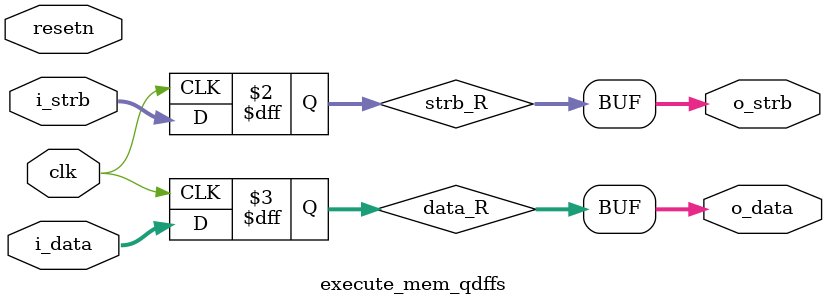
<source format=v>

module execute_mem_qdffs (
    input   wire            clk,
    input   wire            resetn,

    //
    input   wire [3:0]      i_strb,
    input   wire [31:0]     i_data,

    //
    output  wire [3:0]      o_strb,
    output  wire [31:0]     o_data
);

    //
    reg [3:0]   strb_R;
    reg [31:0]  data_R;

    always @(posedge clk) begin

        strb_R <= i_strb;
        data_R <= i_data;
    end

    //
    assign o_strb = strb_R;
    assign o_data = data_R;

    //

endmodule

</source>
